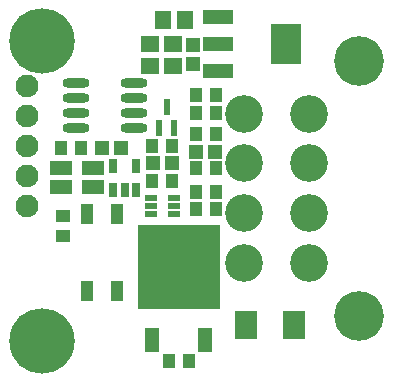
<source format=gts>
%FSLAX25Y25*%
%MOIN*%
G70*
G01*
G75*
G04 Layer_Color=8388736*
%ADD10R,0.05315X0.04528*%
%ADD11R,0.03150X0.05906*%
%ADD12R,0.03937X0.03937*%
%ADD13R,0.03543X0.03937*%
%ADD14R,0.03150X0.01181*%
%ADD15R,0.07000X0.08500*%
%ADD16R,0.03937X0.03543*%
%ADD17R,0.03740X0.07480*%
%ADD18R,0.26772X0.27165*%
%ADD19R,0.03937X0.03937*%
%ADD20R,0.09449X0.12992*%
%ADD21R,0.09449X0.03937*%
%ADD22O,0.08268X0.02362*%
%ADD23R,0.06693X0.04134*%
%ADD24R,0.02165X0.04134*%
%ADD25R,0.01575X0.04921*%
%ADD26R,0.04528X0.05315*%
%ADD27C,0.01000*%
%ADD28C,0.01200*%
%ADD29C,0.01500*%
%ADD30C,0.03000*%
%ADD31C,0.02500*%
%ADD32C,0.02000*%
%ADD33C,0.07000*%
%ADD34C,0.21000*%
%ADD35C,0.11811*%
%ADD36C,0.15748*%
%ADD37C,0.03000*%
%ADD38C,0.06000*%
%ADD39R,0.06115X0.05328*%
%ADD40R,0.03950X0.06706*%
%ADD41R,0.04537X0.04537*%
%ADD42R,0.04343X0.04737*%
%ADD43R,0.03950X0.01981*%
%ADD44R,0.07800X0.09300*%
%ADD45R,0.04737X0.04343*%
%ADD46R,0.04540X0.08280*%
%ADD47R,0.27572X0.27965*%
%ADD48R,0.04537X0.04537*%
%ADD49R,0.10249X0.13792*%
%ADD50R,0.10249X0.04737*%
%ADD51O,0.09068X0.03162*%
%ADD52R,0.07493X0.04934*%
%ADD53R,0.02965X0.04934*%
%ADD54R,0.02375X0.05721*%
%ADD55R,0.05328X0.06115*%
%ADD56C,0.07600*%
%ADD57C,0.21800*%
%ADD58C,0.12611*%
%ADD59C,0.16548*%
D39*
X36129Y99142D02*
D03*
Y91858D02*
D03*
X43613Y99142D02*
D03*
Y91858D02*
D03*
D40*
X25000Y42295D02*
D03*
X15000D02*
D03*
X25000Y16705D02*
D03*
X15000D02*
D03*
D41*
X51350Y63000D02*
D03*
X57650D02*
D03*
X43150Y59500D02*
D03*
X36850D02*
D03*
X19850Y64500D02*
D03*
X26150D02*
D03*
D42*
X51154Y69000D02*
D03*
X57846D02*
D03*
X57846Y57600D02*
D03*
X51153D02*
D03*
X51154Y49700D02*
D03*
X57846D02*
D03*
X48846Y-6500D02*
D03*
X42153D02*
D03*
X43346Y65000D02*
D03*
X36654D02*
D03*
X36654Y53500D02*
D03*
X43347D02*
D03*
X51154Y44000D02*
D03*
X57846D02*
D03*
X51154Y82000D02*
D03*
X57846D02*
D03*
X51154Y76000D02*
D03*
X57846D02*
D03*
X6154Y64500D02*
D03*
X12846D02*
D03*
D43*
X43839Y45000D02*
D03*
Y47559D02*
D03*
Y42441D02*
D03*
X36161D02*
D03*
Y47559D02*
D03*
Y45000D02*
D03*
D44*
X68000Y5500D02*
D03*
X84000D02*
D03*
D45*
X7000Y41846D02*
D03*
Y35153D02*
D03*
D46*
X36524Y374D02*
D03*
X54476D02*
D03*
D47*
X45500Y24783D02*
D03*
D48*
X50257Y92350D02*
D03*
Y98650D02*
D03*
D49*
X81417Y99000D02*
D03*
D50*
X58583D02*
D03*
Y108055D02*
D03*
Y89945D02*
D03*
D51*
X11453Y71000D02*
D03*
Y81000D02*
D03*
Y76000D02*
D03*
Y86000D02*
D03*
X30547Y71000D02*
D03*
Y76000D02*
D03*
Y81000D02*
D03*
Y86000D02*
D03*
D52*
X6185Y51251D02*
D03*
X16815Y51252D02*
D03*
X6185Y57748D02*
D03*
X16815D02*
D03*
D53*
X23760Y58535D02*
D03*
X31240D02*
D03*
X27500Y50465D02*
D03*
X23760D02*
D03*
X31240D02*
D03*
D54*
X41500Y77945D02*
D03*
X44059Y71055D02*
D03*
X38941D02*
D03*
D55*
X40358Y107000D02*
D03*
X47642D02*
D03*
D56*
X-5000Y45000D02*
D03*
Y85000D02*
D03*
Y65000D02*
D03*
Y75000D02*
D03*
Y55000D02*
D03*
D57*
X0Y0D02*
D03*
Y100000D02*
D03*
D58*
X67347Y75803D02*
D03*
Y59268D02*
D03*
Y42732D02*
D03*
X89000Y26197D02*
D03*
Y59268D02*
D03*
Y75803D02*
D03*
Y42732D02*
D03*
X67347Y26197D02*
D03*
D59*
X105535Y93520D02*
D03*
Y8480D02*
D03*
M02*

</source>
